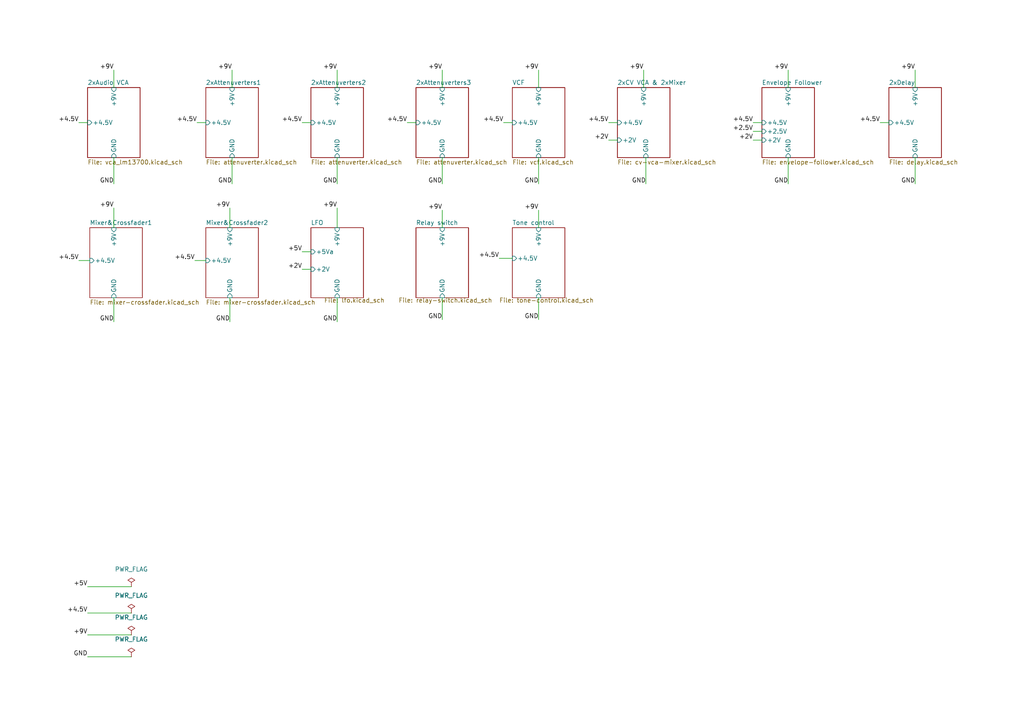
<source format=kicad_sch>
(kicad_sch (version 20211123) (generator eeschema)
  (paper "A4")
  (lib_symbols
    (symbol "power:PWR_FLAG" (power) (pin_numbers hide) (pin_names (offset 0) hide)
      (property "Value" "PWR_FLAG" (at 0 3.81 0))
      (symbol "PWR_FLAG_0_0"
        (pin power_out line (at 0 0 90) (length 0) (name "pwr") (number "1"))
      )
      (symbol "PWR_FLAG_0_1"
        (polyline (pts (xy 0 0) (xy 0 1.27) (xy -1.016 1.905) (xy 0 2.54) (xy 1.016 1.905) (xy 0 1.27)))
      )
    )
  )
  (wire (pts (xy 97.79 60.325) (xy 97.79 66.04)))
  (wire (pts (xy 146.05 35.56) (xy 148.59 35.56)))
  (wire (pts (xy 33.02 86.36) (xy 33.02 93.345)))
  (wire (pts (xy 128.27 86.36) (xy 128.27 92.71)))
  (wire (pts (xy 144.78 74.93) (xy 148.59 74.93)))
  (wire (pts (xy 128.27 60.96) (xy 128.27 66.04)))
  (wire (pts (xy 218.44 35.56) (xy 220.98 35.56)))
  (wire (pts (xy 67.31 45.72) (xy 67.31 53.34)))
  (wire (pts (xy 128.27 45.72) (xy 128.27 53.34)))
  (wire (pts (xy 22.86 75.565) (xy 26.035 75.565)))
  (wire (pts (xy 56.515 75.565) (xy 59.69 75.565)))
  (wire (pts (xy 25.4 170.18) (xy 38.1 170.18)))
  (wire (pts (xy 66.675 60.325) (xy 66.675 66.04)))
  (wire (pts (xy 87.63 35.56) (xy 90.17 35.56)))
  (wire (pts (xy 265.43 45.72) (xy 265.43 53.34)))
  (wire (pts (xy 156.21 20.32) (xy 156.21 25.4)))
  (wire (pts (xy 33.02 45.72) (xy 33.02 53.34)))
  (wire (pts (xy 87.63 78.105) (xy 90.17 78.105)))
  (wire (pts (xy 156.21 45.72) (xy 156.21 53.34)))
  (wire (pts (xy 255.27 35.56) (xy 257.81 35.56)))
  (wire (pts (xy 176.53 40.64) (xy 179.07 40.64)))
  (wire (pts (xy 186.69 20.32) (xy 186.69 25.4)))
  (wire (pts (xy 57.15 35.56) (xy 59.69 35.56)))
  (wire (pts (xy 128.27 20.32) (xy 128.27 25.4)))
  (wire (pts (xy 118.11 35.56) (xy 120.65 35.56)))
  (wire (pts (xy 25.4 184.15) (xy 38.1 184.15)))
  (wire (pts (xy 97.79 20.32) (xy 97.79 25.4)))
  (wire (pts (xy 156.21 86.36) (xy 156.21 92.71)))
  (wire (pts (xy 25.4 177.8) (xy 38.1 177.8)))
  (wire (pts (xy 97.79 45.72) (xy 97.79 53.34)))
  (wire (pts (xy 97.79 86.36) (xy 97.79 93.345)))
  (wire (pts (xy 156.21 60.96) (xy 156.21 66.04)))
  (wire (pts (xy 25.4 190.5) (xy 38.1 190.5)))
  (wire (pts (xy 218.44 40.64) (xy 220.98 40.64)))
  (wire (pts (xy 66.675 86.36) (xy 66.675 93.345)))
  (wire (pts (xy 265.43 20.32) (xy 265.43 25.4)))
  (wire (pts (xy 228.6 20.32) (xy 228.6 25.4)))
  (wire (pts (xy 22.86 35.56) (xy 25.4 35.56)))
  (wire (pts (xy 176.53 35.56) (xy 179.07 35.56)))
  (wire (pts (xy 228.6 45.72) (xy 228.6 53.34)))
  (wire (pts (xy 33.02 20.32) (xy 33.02 25.4)))
  (wire (pts (xy 67.31 20.32) (xy 67.31 25.4)))
  (wire (pts (xy 33.02 60.325) (xy 33.02 66.04)))
  (wire (pts (xy 187.325 45.72) (xy 187.325 53.34)))
  (wire (pts (xy 218.44 38.1) (xy 220.98 38.1)))
  (wire (pts (xy 87.63 73.025) (xy 90.17 73.025)))
  (label "+9V" (at 128.27 20.32 180))
  (label "+9V" (at 128.27 60.96 180))
  (label "+4.5V" (at 25.4 177.8 180))
  (label "GND" (at 66.675 93.345 180))
  (label "GND" (at 67.31 53.34 180))
  (label "+5V" (at 25.4 170.18 180))
  (label "+2V" (at 176.53 40.64 180))
  (label "GND" (at 97.79 53.34 180))
  (label "+4.5V" (at 22.86 75.565 180))
  (label "+4.5V" (at 255.27 35.56 180))
  (label "GND" (at 187.325 53.34 180))
  (label "+9V" (at 97.79 20.32 180))
  (label "+4.5V" (at 146.05 35.56 180))
  (label "GND" (at 97.79 93.345 180))
  (label "GND" (at 156.21 92.71 180))
  (label "+4.5V" (at 56.515 75.565 180))
  (label "+9V" (at 265.43 20.32 180))
  (label "+9V" (at 97.79 60.325 180))
  (label "+9V" (at 156.21 20.32 180))
  (label "GND" (at 128.27 92.71 180))
  (label "+4.5V" (at 176.53 35.56 180))
  (label "GND" (at 33.02 53.34 180))
  (label "+9V" (at 33.02 60.325 180))
  (label "+4.5V" (at 218.44 35.56 180))
  (label "GND" (at 228.6 53.34 180))
  (label "+4.5V" (at 118.11 35.56 180))
  (label "+5V" (at 87.63 73.025 180))
  (label "+9V" (at 33.02 20.32 180))
  (label "+9V" (at 186.69 20.32 180))
  (label "GND" (at 265.43 53.34 180))
  (label "GND" (at 156.21 53.34 180))
  (label "+4.5V" (at 144.78 74.93 180))
  (label "+4.5V" (at 87.63 35.56 180))
  (label "+2V" (at 218.44 40.64 180))
  (label "+9V" (at 156.21 60.96 180))
  (label "+9V" (at 228.6 20.32 180))
  (label "+9V" (at 25.4 184.15 180))
  (label "GND" (at 25.4 190.5 180))
  (label "+9V" (at 66.675 60.325 180))
  (label "+4.5V" (at 57.15 35.56 180))
  (label "GND" (at 128.27 53.34 180))
  (label "+2V" (at 87.63 78.105 180))
  (label "+2.5V" (at 218.44 38.1 180))
  (label "GND" (at 33.02 93.345 180))
  (label "+4.5V" (at 22.86 35.56 180))
  (label "+9V" (at 67.31 20.32 180))
  (symbol (lib_id "power:PWR_FLAG") (at 38.1 177.8 0) (unit 1)
    (property "Reference" "#FLG0103" (effects hide))
    (property "Value" "PWR_FLAG" (at 38.1 172.72 0))
  )
  (symbol (lib_id "power:PWR_FLAG") (at 38.1 190.5 0) (unit 1)
    (property "Reference" "#FLG0101" (effects hide))
    (property "Value" "PWR_FLAG" (at 38.1 185.42 0))
  )
  (symbol (lib_id "power:PWR_FLAG") (at 38.1 170.18 0) (unit 1)
    (property "Reference" "#FLG0104" (effects hide))
    (property "Value" "PWR_FLAG" (at 38.1 165.1 0))
  )
  (symbol (lib_id "power:PWR_FLAG") (at 38.1 184.15 0) (unit 1)
    (property "Reference" "#FLG0102" (effects hide))
    (property "Value" "PWR_FLAG" (at 38.1 179.07 0))
  )
  (sheet (at 59.69 66.04) (size 15.24 20.32) (stroke (width 0.1524))
    (property "Sheet name" "Mixer&Crossfader2" (at 59.69 65.3284 0) (effects (justify left bottom)))
    (property "Sheet file" "mixer-crossfader.kicad_sch" (at 59.69 86.9446 0) (effects (justify left top)))
    (pin "+4.5V" input (at 59.69 75.565 180))
    (pin "GND" input (at 66.675 86.36 270))
    (pin "+9V" input (at 66.675 66.04 90))
  )
  (sheet (at 220.98 25.4) (size 15.24 20.32) (stroke (width 0.1524))
    (property "Sheet name" "Envelope Follower" (at 220.98 24.6884 0) (effects (justify left bottom)))
    (property "Sheet file" "envelope-follower.kicad_sch" (at 220.98 46.3046 0) (effects (justify left top)))
    (pin "+4.5V" input (at 220.98 35.56 180))
    (pin "GND" input (at 228.6 45.72 270))
    (pin "+2V" input (at 220.98 40.64 180))
    (pin "+2.5V" input (at 220.98 38.1 180))
    (pin "+9V" input (at 228.6 25.4 90))
  )
  (sheet (at 148.59 66.04) (size 15.24 20.32) (stroke (width 0.1524))
    (property "Sheet name" "Tone control" (at 148.59 65.3284 0) (effects (justify left bottom)))
    (property "Sheet file" "tone-control.kicad_sch" (at 144.78 86.36 0) (effects (justify left top)))
    (pin "+4.5V" input (at 148.59 74.93 180))
    (pin "GND" input (at 156.21 86.36 270))
    (pin "+9V" input (at 156.21 66.04 90))
  )
  (sheet (at 148.59 25.4) (size 15.24 20.32) (stroke (width 0.1524))
    (property "Sheet name" "VCF" (at 148.59 24.6884 0) (effects (justify left bottom)))
    (property "Sheet file" "vcf.kicad_sch" (at 148.59 46.3046 0) (effects (justify left top)))
    (pin "+4.5V" input (at 148.59 35.56 180))
    (pin "+9V" input (at 156.21 25.4 90))
    (pin "GND" input (at 156.21 45.72 270))
  )
  (sheet (at 120.65 25.4) (size 15.24 20.32) (stroke (width 0.1524))
    (property "Sheet name" "2xAttenuverters3" (at 120.65 24.6884 0) (effects (justify left bottom)))
    (property "Sheet file" "attenuverter.kicad_sch" (at 120.65 46.3046 0) (effects (justify left top)))
    (pin "+4.5V" input (at 120.65 35.56 180))
    (pin "GND" input (at 128.27 45.72 270))
    (pin "+9V" input (at 128.27 25.4 90))
  )
  (sheet (at 59.69 25.4) (size 15.24 20.32) (stroke (width 0.1524))
    (property "Sheet name" "2xAttenuverters1" (at 59.69 24.6884 0) (effects (justify left bottom)))
    (property "Sheet file" "attenuverter.kicad_sch" (at 59.69 46.3046 0) (effects (justify left top)))
    (pin "+4.5V" input (at 59.69 35.56 180))
    (pin "GND" input (at 67.31 45.72 270))
    (pin "+9V" input (at 67.31 25.4 90))
  )
  (sheet (at 26.035 66.04) (size 15.24 20.32) (stroke (width 0.1524))
    (property "Sheet name" "Mixer&Crossfader1" (at 26.035 65.3284 0) (effects (justify left bottom)))
    (property "Sheet file" "mixer-crossfader.kicad_sch" (at 26.035 86.9446 0) (effects (justify left top)))
    (pin "+4.5V" input (at 26.035 75.565 180))
    (pin "GND" input (at 33.02 86.36 270))
    (pin "+9V" input (at 33.02 66.04 90))
  )
  (sheet (at 179.07 25.4) (size 15.24 20.32) (stroke (width 0.1524))
    (property "Sheet name" "2xCV VCA & 2xMixer" (at 179.07 24.6884 0) (effects (justify left bottom)))
    (property "Sheet file" "cv-vca-mixer.kicad_sch" (at 179.07 46.3046 0) (effects (justify left top)))
    (pin "+9V" input (at 186.69 25.4 90))
    (pin "GND" input (at 187.325 45.72 270))
    (pin "+2V" input (at 179.07 40.64 180))
    (pin "+4.5V" input (at 179.07 35.56 180))
  )
  (sheet (at 90.17 66.04) (size 15.24 20.32) (stroke (width 0.1524))
    (property "Sheet name" "LFO" (at 90.17 65.3284 0) (effects (justify left bottom)))
    (property "Sheet file" "lfo.kicad_sch" (at 93.98 86.36 0) (effects (justify left top)))
    (pin "+9V" input (at 97.79 66.04 90))
    (pin "GND" input (at 97.79 86.36 270))
    (pin "+5Va" input (at 90.17 73.025 180))
    (pin "+2V" input (at 90.17 78.105 180))
  )
  (sheet (at 257.81 25.4) (size 15.24 20.32) (stroke (width 0.1524))
    (property "Sheet name" "2xDelay" (at 257.81 24.6884 0) (effects (justify left bottom)))
    (property "Sheet file" "delay.kicad_sch" (at 257.81 46.3046 0) (effects (justify left top)))
    (pin "GND" input (at 265.43 45.72 270))
    (pin "+9V" input (at 265.43 25.4 90))
    (pin "+4.5V" input (at 257.81 35.56 180))
  )
  (sheet (at 25.4 25.4) (size 15.24 20.32) (stroke (width 0.1524))
    (property "Sheet name" "2xAudio VCA" (at 25.4 24.6884 0) (effects (justify left bottom)))
    (property "Sheet file" "vca_lm13700.kicad_sch" (at 25.4 46.3046 0) (effects (justify left top)))
    (pin "+4.5V" input (at 25.4 35.56 180))
    (pin "GND" input (at 33.02 45.72 270))
    (pin "+9V" input (at 33.02 25.4 90))
  )
  (sheet (at 90.17 25.4) (size 15.24 20.32) (stroke (width 0.1524))
    (property "Sheet name" "2xAttenuverters2" (at 90.17 24.6884 0) (effects (justify left bottom)))
    (property "Sheet file" "attenuverter.kicad_sch" (at 90.17 46.3046 0) (effects (justify left top)))
    (pin "+4.5V" input (at 90.17 35.56 180))
    (pin "GND" input (at 97.79 45.72 270))
    (pin "+9V" input (at 97.79 25.4 90))
  )
  (sheet (at 120.65 66.04) (size 15.24 20.32) (stroke (width 0.1524))
    (property "Sheet name" "Relay switch" (at 120.65 65.3284 0) (effects (justify left bottom)))
    (property "Sheet file" "relay-switch.kicad_sch" (at 115.57 86.36 0) (effects (justify left top)))
    (pin "+9V" input (at 128.27 66.04 90))
    (pin "GND" input (at 128.27 86.36 270))
  )
)
</source>
